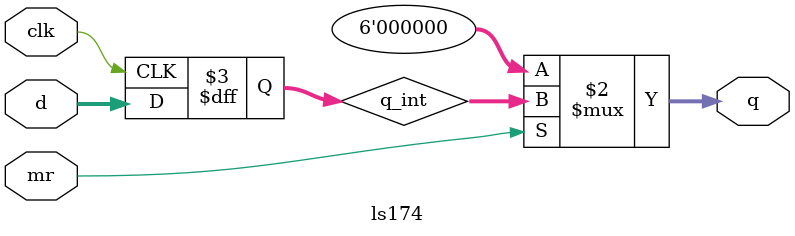
<source format=sv>

/*      _____________
      _|             |_
mr   |_|1          16|_| VCC
      _|             |_                     
q(0) |_|2          15|_| q(5)
      _|             |_
d(0) |_|3          14|_| d(5)
      _|             |_
d(1) |_|4          13|_| d(4)
      _|             |_
q(1) |_|5          12|_| q(4)
      _|             |_
d(2) |_|6          11|_| d(3)
      _|             |_
q(2) |_|7          10|_| q(3)
      _|             |_
GND  |_|8           9|_| clk
       |_____________|
*/

module ls174 
(
	input  [5:0] d,
	input        clk,
	input        mr,
	output [5:0] q
);

reg [5:0] q_int;

always_ff @(posedge clk) begin
	q_int <= d;
end

assign q = mr ? q_int : 6'b000000;

endmodule

</source>
